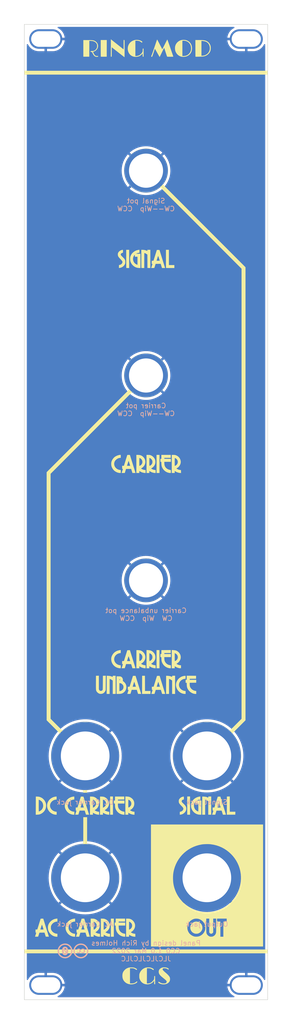
<source format=kicad_pcb>
(kicad_pcb (version 20211014) (generator pcbnew)
  (layers (0 "F.Cu" signal) (31 "B.Cu" signal) (34 "B.Paste" user) (35 "F.Paste" user) (36 "B.SilkS" user "B.Silkscreen") (37 "F.SilkS" user "F.Silkscreen") (38 "B.Mask" user) (39 "F.Mask" user) (44 "Edge.Cuts" user))
  (net 0 "")
  (net 1 "GND")
  (footprint "Kosmo_panel:Kosmo_Panel_Dual_Slotted_Mounting_Holes" (layer "F.Cu") (at 63.1 10.6 180)
    (fp_text reference "H10" hide)
    (fp_text value "Mounting_Holes")
    (pad "1" thru_hole oval locked (at 1.4 0 180) (size 6.8 4) (drill oval 6 3.2) (layers *.Cu *.Mask) (net 1 "GND"))
    (pad "1" thru_hole oval locked (at 1.4 -194 180) (size 6.8 4) (drill oval 6 3.2) (layers *.Cu *.Mask) (net 1 "GND"))
  )
  (footprint "Kosmo_panel:Kosmo_Pot_Hole" (layer "F.Cu") (at 41.1 37.6)
    (fp_text reference "H6" hide)
    (fp_text value "Pot_Hole")
    (pad "1" thru_hole circle locked (at 0 0) (size 9 9) (drill 7) (layers *.Cu *.Mask) (net 1 "GND"))
  )
  (footprint "Kosmo_panel:Kosmo_Jack_Hole" (layer "F.Cu") (at 28.6 157.6)
    (fp_text reference "H1" hide)
    (fp_text value "Jack_Hole")
    (pad "1" thru_hole circle locked (at 0 0) (size 14 14) (drill 10) (layers *.Cu *.Mask) (net 1 "GND"))
  )
  (footprint "Kosmo_panel:Kosmo_Panel_Dual_Slotted_Mounting_Holes" (layer "F.Cu") (at 19.1 204.6)
    (fp_text reference "H7" hide)
    (fp_text value "Mounting_Holes")
    (pad "1" thru_hole oval locked (at 1.4 -194) (size 6.8 4) (drill oval 6 3.2) (layers *.Cu *.Mask) (net 1 "GND"))
    (pad "1" thru_hole oval locked (at 1.4 0) (size 6.8 4) (drill oval 6 3.2) (layers *.Cu *.Mask) (net 1 "GND"))
  )
  (footprint "Kosmo_panel:Kosmo_Jack_Hole" (layer "F.Cu") (at 28.6 182.6)
    (fp_text reference "H2" hide)
    (fp_text value "Jack_Hole")
    (pad "1" thru_hole circle locked (at 0 0) (size 14 14) (drill 10) (layers *.Cu *.Mask) (net 1 "GND"))
  )
  (footprint "Kosmo_panel:Kosmo_Jack_Hole" (layer "F.Cu") (at 53.6 157.6)
    (fp_text reference "H3" hide)
    (fp_text value "Jack_Hole")
    (pad "1" thru_hole circle locked (at 0 0) (size 14 14) (drill 10) (layers *.Cu *.Mask) (net 1 "GND"))
  )
  (footprint "Kosmo_panel:Kosmo_Jack_Hole" (layer "F.Cu") (at 53.6 182.6)
    (fp_text reference "H4" hide)
    (fp_text value "Jack_Hole")
    (pad "1" thru_hole circle locked (at 0 0) (size 14 14) (drill 10) (layers *.Cu *.Mask) (net 1 "GND"))
  )
  (footprint "arrm_panel:arrm_panel_holes" (layer "F.Cu") (at 41.1 107.6)
    (fp_text reference "GRAF1" hide)
    (fp_text value "Holes" hide)
  )
  (footprint "Kosmo_panel:Kosmo_Pot_Hole" (layer "F.Cu") (at 41.1 121.6)
    (fp_text reference "H8" hide)
    (fp_text value "Pot_Hole")
    (pad "1" thru_hole circle locked (at 0 0) (size 9 9) (drill 7) (layers *.Cu *.Mask) (net 1 "GND"))
  )
  (footprint "Kosmo_panel:Kosmo_Pot_Hole" (layer "F.Cu") (at 41.1 79.6)
    (fp_text reference "H5" hide)
    (fp_text value "Pot_Hole")
    (pad "1" thru_hole circle locked (at 0 0) (size 9 9) (drill 7) (layers *.Cu *.Mask) (net 1 "GND"))
  )
  (footprint "arrm_panel:arrm_panel_art" (layer "F.Cu") (at 41.1 107.6)
    (fp_text reference "GRAF2" hide)
    (fp_text value "Art" hide)
  )
  (footprint "ao_tht:CC0_logo" (layer "B.Cu") (at 26.1 197.6 180)
    (fp_text reference "GRAF3" hide)
    (fp_text value "CC0 logo" hide)
  )
  (gr_line (start 16.1 207.6) (end 66.1 207.6) (layer "Edge.Cuts") (width 0.1))
  (gr_line (start 66.1 7.6) (end 16.1 7.6) (layer "Edge.Cuts") (width 0.1))
  (gr_line (start 16.1 7.6) (end 16.1 207.6) (layer "Edge.Cuts") (width 0.1))
  (gr_line (start 66.1 207.6) (end 66.1 7.6) (layer "Edge.Cuts") (width 0.1))
  (gr_text "DC Carrier jack" (at 28.6 167.1) (layer "B.SilkS") (effects (font (size 1 1)) (justify mirror)))
  (gr_text "Signal jack" (at 53.6 167.1) (layer "B.SilkS") (effects (font (size 1 1)) (justify mirror)))
  (gr_text "Signal pot\nCW--Wip  CCW" (at 41.1 44.6) (layer "B.SilkS") (effects (font (size 1 1)) (justify mirror)))
  (gr_text "AC Carrier jack" (at 28.6 192.1) (layer "B.SilkS") (effects (font (size 1 1)) (justify mirror)))
  (gr_text "Carrier unbalance pot\nCW  Wip  CCW" (at 41.1 128.6) (layer "B.SilkS") (effects (font (size 1 1)) (justify mirror)))
  (gr_text "Panel design by Rich Holmes\nCC0 1.0 Mar 2022\nJLCJLCJLCJLC" (at 41.1 197.6) (layer "B.SilkS") (effects (font (size 1 1)) (justify mirror)))
  (gr_text "Output jack" (at 53.6 192.1) (layer "B.SilkS") (effects (font (size 1 1)) (justify mirror)))
  (gr_text "Carrier pot\nCW--Wip  CCW" (at 41.1 86.6) (layer "B.SilkS") (effects (font (size 1 1)) (justify mirror)))
  (zone (net 1) (net_name "GND") (layer "F.Cu") (connect_pads (clearance 0.508)) (min_thickness 0.254) (fill yes (thermal_gap 0.508) (thermal_bridge_width 0.508))
    (polygon (pts (xy 71.1 212.6) (xy 11.1 212.6) (xy 11.1 2.6) (xy 71.1 2.6)))
  )
  (zone (net 1) (net_name "GND") (layer "B.Cu") (connect_pads (clearance 0.508)) (min_thickness 0.254) (fill yes (thermal_gap 0.508) (thermal_bridge_width 0.508))
    (polygon (pts (xy 71.1 212.6) (xy 11.1 212.6) (xy 11.1 2.6) (xy 71.1 2.6)))
  )
)
</source>
